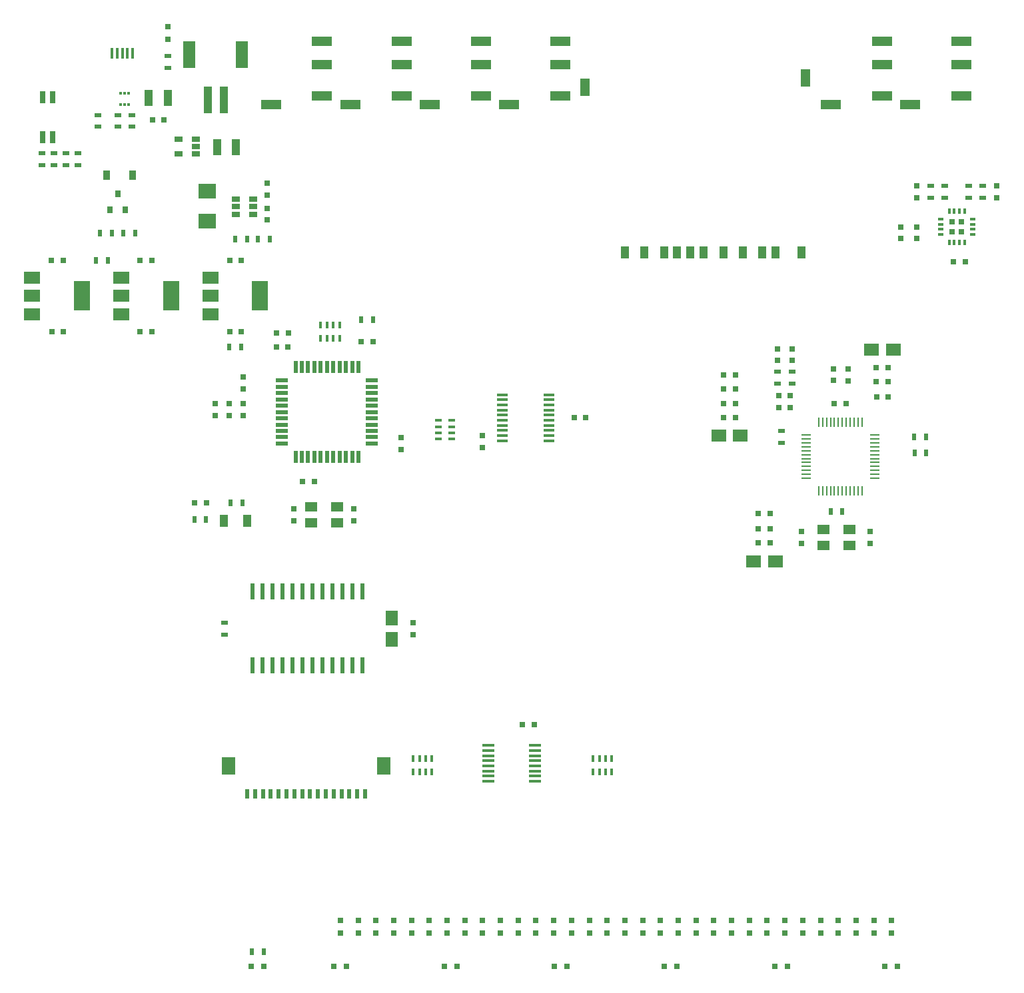
<source format=gtp>
G04 #@! TF.FileFunction,Paste,Top*
%FSLAX46Y46*%
G04 Gerber Fmt 4.6, Leading zero omitted, Abs format (unit mm)*
G04 Created by KiCad (PCBNEW 4.0.7-e2-6376~58~ubuntu16.04.1) date Fri Nov 10 13:47:51 2017*
%MOMM*%
%LPD*%
G01*
G04 APERTURE LIST*
%ADD10C,0.100000*%
%ADD11R,0.800000X0.750000*%
%ADD12R,0.750000X0.800000*%
%ADD13R,1.950000X1.500000*%
%ADD14R,1.500000X1.950000*%
%ADD15R,1.000000X1.600000*%
%ADD16R,0.800000X0.800000*%
%ADD17R,0.900000X1.200000*%
%ADD18R,1.140000X2.030000*%
%ADD19R,1.060000X0.650000*%
%ADD20R,2.500000X1.200000*%
%ADD21R,1.000000X1.500000*%
%ADD22R,1.200000X2.200000*%
%ADD23R,0.400000X1.350000*%
%ADD24R,1.000000X3.500000*%
%ADD25R,1.500000X3.400000*%
%ADD26R,0.500000X0.900000*%
%ADD27R,0.800000X0.900000*%
%ADD28R,0.900000X0.500000*%
%ADD29R,0.400000X0.900000*%
%ADD30R,0.760000X1.600000*%
%ADD31R,1.500000X0.550000*%
%ADD32R,0.550000X1.500000*%
%ADD33R,1.300000X0.250000*%
%ADD34R,0.250000X1.300000*%
%ADD35R,0.600000X2.000000*%
%ADD36R,1.500000X0.450000*%
%ADD37R,1.450000X0.450000*%
%ADD38R,1.600000X1.300000*%
%ADD39R,0.300000X0.450000*%
%ADD40R,0.800000X0.350000*%
%ADD41R,0.350000X0.800000*%
%ADD42R,0.750000X0.750000*%
%ADD43R,0.900000X0.400000*%
%ADD44R,1.800000X2.200000*%
%ADD45R,0.600000X1.300000*%
%ADD46R,2.286000X1.854500*%
%ADD47R,2.000000X3.800000*%
%ADD48R,2.000000X1.500000*%
G04 APERTURE END LIST*
D10*
D11*
X26259500Y48146000D03*
X27759500Y48146000D03*
D12*
X46531500Y45812000D03*
X46531500Y47312000D03*
X38911500Y47336000D03*
X38911500Y45836000D03*
X30680500Y59195000D03*
X30680500Y60695000D03*
X28902500Y59195000D03*
X28902500Y60695000D03*
X32458500Y60719000D03*
X32458500Y59219000D03*
D11*
X38173500Y69736000D03*
X36673500Y69736000D03*
X39975500Y50813000D03*
X41475500Y50813000D03*
X47468500Y68593000D03*
X48968500Y68593000D03*
D12*
X52524500Y56401000D03*
X52524500Y54901000D03*
D11*
X38149500Y67958000D03*
X36649500Y67958000D03*
D12*
X103388000Y44463000D03*
X103388000Y42963000D03*
X112151000Y42951000D03*
X112151000Y44451000D03*
D11*
X109079000Y60719000D03*
X107579000Y60719000D03*
X97927000Y46749000D03*
X99427000Y46749000D03*
X97927000Y44844000D03*
X99427000Y44844000D03*
X97927000Y43066000D03*
X99427000Y43066000D03*
D13*
X100086000Y40653000D03*
X97336000Y40653000D03*
D11*
X100491000Y61735000D03*
X101991000Y61735000D03*
X100491000Y60211000D03*
X101991000Y60211000D03*
X93506000Y64402000D03*
X95006000Y64402000D03*
X93506000Y62624000D03*
X95006000Y62624000D03*
X93506000Y60719000D03*
X95006000Y60719000D03*
X93506000Y58941000D03*
X95006000Y58941000D03*
D13*
X95641000Y56655000D03*
X92891000Y56655000D03*
D12*
X107452000Y63652000D03*
X107452000Y65152000D03*
X109357000Y63640000D03*
X109357000Y65140000D03*
X100340000Y67704000D03*
X100340000Y66204000D03*
X102245000Y67704000D03*
X102245000Y66204000D03*
D11*
X112937000Y61608000D03*
X114437000Y61608000D03*
X112913000Y63513000D03*
X114413000Y63513000D03*
X112913000Y65291000D03*
X114413000Y65291000D03*
D13*
X115072000Y67577000D03*
X112322000Y67577000D03*
D12*
X116024500Y83198000D03*
X116024500Y81698000D03*
X118056500Y81698000D03*
X118056500Y83198000D03*
D11*
X124203300Y78753000D03*
X122703300Y78753000D03*
D12*
X118056500Y86881000D03*
X118056500Y88381000D03*
X128216500Y86905000D03*
X128216500Y88405000D03*
D11*
X20913500Y96787000D03*
X22413500Y96787000D03*
D12*
X35533600Y88711200D03*
X35533600Y87211200D03*
X35533600Y84060200D03*
X35533600Y85560200D03*
D14*
X51375000Y30750000D03*
X51375000Y33500000D03*
D12*
X54075000Y32875000D03*
X54075000Y31375000D03*
D11*
X69467000Y19952000D03*
X67967000Y19952000D03*
X76007500Y58941000D03*
X74507500Y58941000D03*
D12*
X62875000Y56643000D03*
X62875000Y55143000D03*
D15*
X32966500Y45860000D03*
X29966500Y45860000D03*
D16*
X22905500Y108636000D03*
X22905500Y107036000D03*
D17*
X18413000Y89802000D03*
X15113000Y89802000D03*
D16*
X35100000Y-10800000D03*
X33500000Y-10800000D03*
X44800000Y-6600000D03*
X44800000Y-5000000D03*
X47060000Y-6600000D03*
X47060000Y-5000000D03*
X49320000Y-6600000D03*
X49320000Y-5000000D03*
X51579999Y-6600000D03*
X51579999Y-5000000D03*
X53840000Y-6600000D03*
X53840000Y-5000000D03*
X56100000Y-6600000D03*
X56100000Y-5000000D03*
X58360000Y-6600000D03*
X58360000Y-5000000D03*
X60620000Y-6600000D03*
X60620000Y-5000000D03*
X62880000Y-6600000D03*
X62880000Y-5000000D03*
X65140000Y-6600000D03*
X65140000Y-5000000D03*
X67400000Y-6600000D03*
X67400000Y-5000000D03*
X69660000Y-6600000D03*
X69660000Y-5000000D03*
X71920000Y-6600000D03*
X71920000Y-5000000D03*
X74180000Y-6600000D03*
X74180000Y-5000000D03*
X76440000Y-6600000D03*
X76440000Y-5000000D03*
X78700000Y-6600000D03*
X78700000Y-5000000D03*
X80959999Y-6600000D03*
X80959999Y-5000000D03*
X83220000Y-6600000D03*
X83220000Y-5000000D03*
X85480000Y-6600000D03*
X85480000Y-5000000D03*
X87740000Y-6600000D03*
X87740000Y-5000000D03*
X90000000Y-6600000D03*
X90000000Y-5000000D03*
X92260000Y-6600000D03*
X92260000Y-5000000D03*
X94519999Y-6600000D03*
X94519999Y-5000000D03*
X96780000Y-6600000D03*
X96780000Y-5000000D03*
X99040000Y-6600000D03*
X99040000Y-5000000D03*
X101299999Y-6600000D03*
X101299999Y-5000000D03*
X103560000Y-6600000D03*
X103560000Y-5000000D03*
X105820000Y-6600000D03*
X105820000Y-5000000D03*
X108079999Y-6600000D03*
X108079999Y-5000000D03*
X110339999Y-6600000D03*
X110339999Y-5000000D03*
X112600000Y-6600000D03*
X112600000Y-5000000D03*
X114860000Y-6600000D03*
X114860000Y-5000000D03*
X45600000Y-10800000D03*
X44000000Y-10800000D03*
X59600000Y-10800000D03*
X58000000Y-10800000D03*
X73600000Y-10800000D03*
X72000000Y-10800000D03*
X87600000Y-10800000D03*
X86000000Y-10800000D03*
X101600000Y-10800000D03*
X100000000Y-10800000D03*
X115600000Y-10800000D03*
X114000000Y-10800000D03*
D18*
X22863500Y99581000D03*
X20463500Y99581000D03*
X31510000Y93358000D03*
X29110000Y93358000D03*
D19*
X26471000Y92474000D03*
X26471000Y93424000D03*
X26471000Y94374000D03*
X24271000Y94374000D03*
X24271000Y92474000D03*
X31533100Y86698200D03*
X31533100Y85748200D03*
X31533100Y84798200D03*
X33733100Y84798200D03*
X33733100Y86698200D03*
X33733100Y85748200D03*
D20*
X107123000Y98707500D03*
X113623000Y99807500D03*
X113623000Y103807500D03*
X113623000Y106807500D03*
X117219500Y98707500D03*
X123719500Y99807500D03*
X123719500Y103807500D03*
X123719500Y106807500D03*
D21*
X83456000Y79938000D03*
X85956000Y79938000D03*
X89256000Y79938000D03*
X90956000Y79938000D03*
X93456000Y79938000D03*
X95956000Y79938000D03*
X98376000Y79938000D03*
X100076000Y79938000D03*
X80956000Y79938000D03*
X87606000Y79938000D03*
X103426000Y79938000D03*
D22*
X75926000Y100938000D03*
X103926000Y102138000D03*
D23*
X18395000Y105300000D03*
X17745000Y105300000D03*
X17095000Y105300000D03*
X16445000Y105300000D03*
X15795000Y105300000D03*
D24*
X29966000Y99322200D03*
X27966000Y99322200D03*
D25*
X32316000Y105072200D03*
X25616000Y105072200D03*
D20*
X35972000Y98707500D03*
X42472000Y99807500D03*
X42472000Y103807500D03*
X42472000Y106807500D03*
X46068500Y98707500D03*
X52568500Y99807500D03*
X52568500Y103807500D03*
X52568500Y106807500D03*
D26*
X30704500Y67958000D03*
X32204500Y67958000D03*
D27*
X15559000Y85389000D03*
X17459000Y85389000D03*
X16509000Y87389000D03*
D26*
X27735500Y45987000D03*
X26235500Y45987000D03*
X32331500Y48146000D03*
X30831500Y48146000D03*
X48968500Y71387000D03*
X47468500Y71387000D03*
D28*
X100848000Y57266000D03*
X100848000Y55766000D03*
D26*
X107095000Y47003000D03*
X108595000Y47003000D03*
X117751000Y56528000D03*
X119251000Y56528000D03*
X117763000Y54496000D03*
X119263000Y54496000D03*
D28*
X100340000Y64783000D03*
X100340000Y63283000D03*
X102245000Y64783000D03*
X102245000Y63283000D03*
X121612500Y88405000D03*
X121612500Y86905000D03*
X124660500Y86905000D03*
X124660500Y88405000D03*
X119834500Y88405000D03*
X119834500Y86905000D03*
X126438500Y88405000D03*
X126438500Y86905000D03*
X16517400Y95922000D03*
X16517400Y97422000D03*
X18295400Y95922000D03*
X18295400Y97422000D03*
X22905500Y103391000D03*
X22905500Y104891000D03*
X6857000Y92572000D03*
X6857000Y91072000D03*
X8381000Y92572000D03*
X8381000Y91072000D03*
X9905000Y92572000D03*
X9905000Y91072000D03*
X11429000Y92572000D03*
X11429000Y91072000D03*
D26*
X35851100Y81623200D03*
X34351100Y81623200D03*
X32930100Y81623200D03*
X31430100Y81623200D03*
X18707500Y82436000D03*
X17207500Y82436000D03*
X15786500Y82436000D03*
X14286500Y82436000D03*
X33550000Y-8941000D03*
X35050000Y-8941000D03*
D28*
X30075000Y32875000D03*
X30075000Y31375000D03*
D29*
X54855000Y13895000D03*
X55655000Y13895000D03*
X54055000Y13895000D03*
X56455000Y13895000D03*
X54055000Y15595000D03*
X54855000Y15595000D03*
X55655000Y15595000D03*
X56455000Y15595000D03*
X77715000Y13895000D03*
X78515000Y13895000D03*
X76915000Y13895000D03*
X79315000Y13895000D03*
X76915000Y15595000D03*
X77715000Y15595000D03*
X78515000Y15595000D03*
X79315000Y15595000D03*
D30*
X6984000Y94628000D03*
X8254000Y99708000D03*
X8254000Y94628000D03*
X6984000Y99708000D03*
D31*
X37402500Y63655000D03*
X37402500Y62855000D03*
X37402500Y62055000D03*
X37402500Y61255000D03*
X37402500Y60455000D03*
X37402500Y59655000D03*
X37402500Y58855000D03*
X37402500Y58055000D03*
X37402500Y57255000D03*
X37402500Y56455000D03*
X37402500Y55655000D03*
D32*
X39102500Y53955000D03*
X39902500Y53955000D03*
X40702500Y53955000D03*
X41502500Y53955000D03*
X42302500Y53955000D03*
X43102500Y53955000D03*
X43902500Y53955000D03*
X44702500Y53955000D03*
X45502500Y53955000D03*
X46302500Y53955000D03*
X47102500Y53955000D03*
D31*
X48802500Y55655000D03*
X48802500Y56455000D03*
X48802500Y57255000D03*
X48802500Y58055000D03*
X48802500Y58855000D03*
X48802500Y59655000D03*
X48802500Y60455000D03*
X48802500Y61255000D03*
X48802500Y62055000D03*
X48802500Y62855000D03*
X48802500Y63655000D03*
D32*
X47102500Y65355000D03*
X46302500Y65355000D03*
X45502500Y65355000D03*
X44702500Y65355000D03*
X43902500Y65355000D03*
X43102500Y65355000D03*
X42302500Y65355000D03*
X41502500Y65355000D03*
X40702500Y65355000D03*
X39902500Y65355000D03*
X39102500Y65355000D03*
D33*
X103991000Y56738000D03*
X103991000Y56238000D03*
X103991000Y55738000D03*
X103991000Y55238000D03*
X103991000Y54738000D03*
X103991000Y54238000D03*
X103991000Y53738000D03*
X103991000Y53238000D03*
X103991000Y52738000D03*
X103991000Y52238000D03*
X103991000Y51738000D03*
X103991000Y51238000D03*
D34*
X105591000Y49638000D03*
X106091000Y49638000D03*
X106591000Y49638000D03*
X107091000Y49638000D03*
X107591000Y49638000D03*
X108091000Y49638000D03*
X108591000Y49638000D03*
X109091000Y49638000D03*
X109591000Y49638000D03*
X110091000Y49638000D03*
X110591000Y49638000D03*
X111091000Y49638000D03*
D33*
X112691000Y51238000D03*
X112691000Y51738000D03*
X112691000Y52238000D03*
X112691000Y52738000D03*
X112691000Y53238000D03*
X112691000Y53738000D03*
X112691000Y54238000D03*
X112691000Y54738000D03*
X112691000Y55238000D03*
X112691000Y55738000D03*
X112691000Y56238000D03*
X112691000Y56738000D03*
D34*
X111091000Y58338000D03*
X110591000Y58338000D03*
X110091000Y58338000D03*
X109591000Y58338000D03*
X109091000Y58338000D03*
X108591000Y58338000D03*
X108091000Y58338000D03*
X107591000Y58338000D03*
X107091000Y58338000D03*
X106591000Y58338000D03*
X106091000Y58338000D03*
X105591000Y58338000D03*
D35*
X47610000Y36825000D03*
X46340000Y36825000D03*
X45070000Y36825000D03*
X43800000Y36825000D03*
X42530000Y36825000D03*
X41260000Y36825000D03*
X39990000Y36825000D03*
X38720000Y36825000D03*
X37450000Y36825000D03*
X36180000Y36825000D03*
X34910000Y36825000D03*
X33640000Y36825000D03*
X33640000Y27425000D03*
X34910000Y27425000D03*
X36180000Y27425000D03*
X37450000Y27425000D03*
X38720000Y27425000D03*
X39990000Y27425000D03*
X41260000Y27425000D03*
X42530000Y27425000D03*
X43800000Y27425000D03*
X45070000Y27425000D03*
X46340000Y27425000D03*
X47610000Y27425000D03*
D36*
X63608000Y17274000D03*
X63608000Y16624000D03*
X63608000Y15974000D03*
X63608000Y15324000D03*
X63608000Y14674000D03*
X63608000Y14024000D03*
X63608000Y13374000D03*
X63608000Y12724000D03*
X69508000Y12724000D03*
X69508000Y13374000D03*
X69508000Y14024000D03*
X69508000Y14674000D03*
X69508000Y15324000D03*
X69508000Y15974000D03*
X69508000Y16624000D03*
X69508000Y17274000D03*
D37*
X71320500Y56012000D03*
X71320500Y56662000D03*
X71320500Y57312000D03*
X71320500Y57962000D03*
X71320500Y58612000D03*
X71320500Y59262000D03*
X71320500Y59912000D03*
X71320500Y60562000D03*
X71320500Y61212000D03*
X71320500Y61862000D03*
X65420500Y61862000D03*
X65420500Y61212000D03*
X65420500Y60562000D03*
X65420500Y59912000D03*
X65420500Y59262000D03*
X65420500Y58612000D03*
X65420500Y57962000D03*
X65420500Y57312000D03*
X65420500Y56662000D03*
X65420500Y56012000D03*
D38*
X44372500Y47590000D03*
X41072500Y47590000D03*
X41072500Y45590000D03*
X44372500Y45590000D03*
X106183000Y42701000D03*
X109483000Y42701000D03*
X109483000Y44701000D03*
X106183000Y44701000D03*
D39*
X16909000Y98779400D03*
X17909000Y98779400D03*
X17409000Y100179400D03*
X17409000Y98779400D03*
X17909000Y100179400D03*
X16909000Y100179400D03*
D40*
X121136500Y84173000D03*
X121136500Y83523000D03*
X121136500Y82873000D03*
X121136500Y82223000D03*
D41*
X122161500Y81198000D03*
X122811500Y81198000D03*
X123461500Y81198000D03*
X124111500Y81198000D03*
D40*
X125136500Y82223000D03*
X125136500Y82873000D03*
X125136500Y83523000D03*
X125136500Y84173000D03*
D41*
X124111500Y85198000D03*
X123461500Y85198000D03*
X122811500Y85198000D03*
X122161500Y85198000D03*
D42*
X123761500Y82573000D03*
X123761500Y83823000D03*
X122511500Y82573000D03*
X122511500Y83823000D03*
D43*
X58938000Y56998000D03*
X58938000Y57798000D03*
X58938000Y56198000D03*
X58938000Y58598000D03*
X57238000Y56198000D03*
X57238000Y56998000D03*
X57238000Y57798000D03*
X57238000Y58598000D03*
D44*
X50350000Y14675000D03*
D45*
X39950000Y11075000D03*
X38950000Y11075000D03*
X37950000Y11075000D03*
X41950000Y11075000D03*
X42950000Y11075000D03*
X40950000Y11075000D03*
D44*
X30550000Y14675000D03*
D45*
X46950000Y11075000D03*
X45950000Y11075000D03*
X44950000Y11075000D03*
X43950000Y11075000D03*
X47950000Y11075000D03*
X34950000Y11075000D03*
X33950000Y11075000D03*
X32950000Y11075000D03*
X35950000Y11075000D03*
X36950000Y11075000D03*
D46*
X27850100Y83921950D03*
X27850100Y87706450D03*
D12*
X32471200Y64073200D03*
X32471200Y62573200D03*
D28*
X13980000Y97422000D03*
X13980000Y95922000D03*
D26*
X15276800Y78930800D03*
X13776800Y78930800D03*
D20*
X56165000Y98707500D03*
X62665000Y99807500D03*
X62665000Y103807500D03*
X62665000Y106807500D03*
X66261500Y98707500D03*
X72761500Y99807500D03*
X72761500Y103807500D03*
X72761500Y106807500D03*
D29*
X43114000Y69052000D03*
X43914000Y69052000D03*
X42314000Y69052000D03*
X44714000Y69052000D03*
X42314000Y70752000D03*
X43114000Y70752000D03*
X43914000Y70752000D03*
X44714000Y70752000D03*
D11*
X9611200Y69888400D03*
X8111200Y69888400D03*
X9560400Y78930800D03*
X8060400Y78930800D03*
X20838000Y69888400D03*
X19338000Y69888400D03*
X20838000Y78930800D03*
X19338000Y78930800D03*
X32217200Y69888400D03*
X30717200Y69888400D03*
X32217200Y78930800D03*
X30717200Y78930800D03*
D47*
X11948000Y74409600D03*
D48*
X5648000Y74409600D03*
X5648000Y72109600D03*
X5648000Y76709600D03*
D47*
X23276800Y74409600D03*
D48*
X16976800Y74409600D03*
X16976800Y72109600D03*
X16976800Y76709600D03*
D47*
X34604800Y74409600D03*
D48*
X28304800Y74409600D03*
X28304800Y72109600D03*
X28304800Y76709600D03*
M02*

</source>
